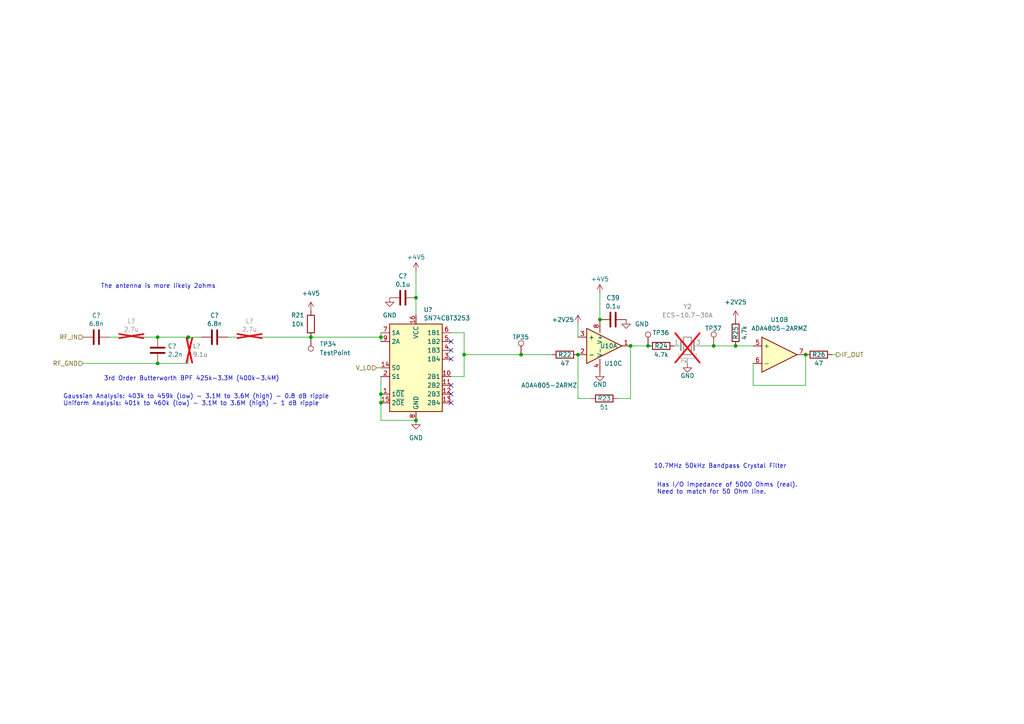
<source format=kicad_sch>
(kicad_sch (version 20230121) (generator eeschema)
  (paper "A4")
  (title_block (title "AM Handling: Filters & Upconversion") (date "2024-02-08") (rev "0.3") (company "Walla Walla University") (comment 1 "Authors: Jaron Brown, Ethan Jansen"))
  (lib_symbols
    (symbol "ADA4805-2ARMZ_Alias:ADA4805-2ARMZ"
      (property "Reference" "U" (at 0 5.08 0))
      (property "Value" "ADA4805-2ARMZ" (at 0 -5.08 0))
      (symbol "ADA4805-2ARMZ_1_1"
        (polyline (pts (xy -5.08 5.08) (xy 5.08 0) (xy -5.08 -5.08) (xy -5.08 5.08)) (stroke (width 0.254)) (fill (type background)))
        (pin output line (at 7.62 0 180) (length 2.54) (name "~") (number "1"))
        (pin input line (at -7.62 -2.54 0) (length 2.54) (name "-") (number "2"))
        (pin input line (at -7.62 2.54 0) (length 2.54) (name "+") (number "3"))
      )
      (symbol "ADA4805-2ARMZ_2_1"
        (polyline (pts (xy -5.08 5.08) (xy 5.08 0) (xy -5.08 -5.08) (xy -5.08 5.08)) (stroke (width 0.254)) (fill (type background)))
        (pin input line (at -7.62 2.54 0) (length 2.54) (name "+") (number "5"))
        (pin input line (at -7.62 -2.54 0) (length 2.54) (name "-") (number "6"))
        (pin output line (at 7.62 0 180) (length 2.54) (name "~") (number "7"))
      )
      (symbol "ADA4805-2ARMZ_3_1"
        (pin power_in line (at -2.54 -7.62 90) (length 3.81) (name "V-") (number "4"))
        (pin power_in line (at -2.54 7.62 270) (length 3.81) (name "V+") (number "8"))
      )
    )
    (symbol "Analog_Switch:SN74CBT3253"
      (property "Reference" "U" (at -7.62 13.97 0))
      (property "Value" "SN74CBT3253" (at -11.43 -13.97 0))
      (symbol "SN74CBT3253_0_1"
        (rectangle (start -7.62 12.7) (end 7.62 -12.7) (stroke (width 0.254)) (fill (type background)))
        (rectangle (start 7.62 -12.7) (end 7.62 -12.7))
      )
      (symbol "SN74CBT3253_1_1"
        (pin input line (at -10.16 -7.62 0) (length 2.54) (name "1~{OE}") (number "1"))
        (pin bidirectional line (at 10.16 -2.54 180) (length 2.54) (name "2B1") (number "10"))
        (pin bidirectional line (at 10.16 -5.08 180) (length 2.54) (name "2B2") (number "11"))
        (pin bidirectional line (at 10.16 -7.62 180) (length 2.54) (name "2B3") (number "12"))
        (pin bidirectional line (at 10.16 -10.16 180) (length 2.54) (name "2B4") (number "13"))
        (pin input line (at -10.16 0 0) (length 2.54) (name "S0") (number "14"))
        (pin input line (at -10.16 -10.16 0) (length 2.54) (name "2~{OE}") (number "15"))
        (pin power_in line (at 0 15.24 270) (length 2.54) (name "VCC") (number "16"))
        (pin input line (at -10.16 -2.54 0) (length 2.54) (name "S1") (number "2"))
        (pin bidirectional line (at 10.16 2.54 180) (length 2.54) (name "1B4") (number "3"))
        (pin bidirectional line (at 10.16 5.08 180) (length 2.54) (name "1B3") (number "4"))
        (pin bidirectional line (at 10.16 7.62 180) (length 2.54) (name "1B2") (number "5"))
        (pin bidirectional line (at 10.16 10.16 180) (length 2.54) (name "1B1") (number "6"))
        (pin bidirectional line (at -10.16 10.16 0) (length 2.54) (name "1A") (number "7"))
        (pin power_in line (at 0 -15.24 90) (length 2.54) (name "GND") (number "8"))
        (pin bidirectional line (at -10.16 7.62 0) (length 2.54) (name "2A") (number "9"))
      )
    )
    (symbol "Connector:TestPoint" (pin_numbers hide) (pin_names (offset 0.762) hide)
      (property "Reference" "TP" (at 0 6.858 0))
      (property "Value" "TestPoint" (at 0 5.08 0))
      (symbol "TestPoint_0_1"
        (circle (center 0 3.302) (radius 0.762))
      )
      (symbol "TestPoint_1_1"
        (pin passive line (at 0 0 90) (length 2.54) (name "1") (number "1"))
      )
    )
    (symbol "Custom-Power:+2V25" (power) (pin_names (offset 0))
      (property "Value" "+2V25" (at 0 3.556 0))
      (symbol "+2V25_0_1"
        (polyline (pts (xy -0.762 1.27) (xy 0 2.54)))
        (polyline (pts (xy 0 0) (xy 0 2.54)))
        (polyline (pts (xy 0 2.54) (xy 0.762 1.27)))
      )
      (symbol "+2V25_1_1"
        (pin power_in line (at 0 0 90) (length 0) hide (name "+2V25") (number "1"))
      )
    )
    (symbol "Custom-Power:+4V5" (power) (pin_names (offset 0))
      (property "Value" "+4V5" (at 0 3.556 0))
      (symbol "+4V5_0_1"
        (polyline (pts (xy -0.762 1.27) (xy 0 2.54)))
        (polyline (pts (xy 0 0) (xy 0 2.54)))
        (polyline (pts (xy 0 2.54) (xy 0.762 1.27)))
      )
      (symbol "+4V5_1_1"
        (pin power_in line (at 0 0 90) (length 0) hide (name "+4V5") (number "1"))
      )
    )
    (symbol "Device:C" (pin_numbers hide) (pin_names (offset 0.254))
      (property "Reference" "C" (at 0.635 2.54 0))
      (property "Value" "C" (at 0.635 -2.54 0))
      (symbol "C_0_1"
        (polyline (pts (xy -2.032 -0.762) (xy 2.032 -0.762)) (stroke (width 0.508)))
        (polyline (pts (xy -2.032 0.762) (xy 2.032 0.762)) (stroke (width 0.508)))
      )
      (symbol "C_1_1"
        (pin passive line (at 0 3.81 270) (length 2.794) (name "~") (number "1"))
        (pin passive line (at 0 -3.81 90) (length 2.794) (name "~") (number "2"))
      )
    )
    (symbol "Device:Crystal_GND2" (pin_names (offset 1.016) hide)
      (property "Reference" "Y" (at 0 5.715 0))
      (property "Value" "Crystal_GND2" (at 0 3.81 0))
      (symbol "Crystal_GND2_0_1"
        (rectangle (start -1.143 2.54) (end 1.143 -2.54) (stroke (width 0.3048)))
        (polyline (pts (xy -2.54 0) (xy -1.905 0)))
        (polyline (pts (xy -1.905 -1.27) (xy -1.905 1.27)) (stroke (width 0.508)))
        (polyline (pts (xy 0 -3.81) (xy 0 -3.556)))
        (polyline (pts (xy 1.905 0) (xy 2.54 0)))
        (polyline (pts (xy 1.905 1.27) (xy 1.905 -1.27)) (stroke (width 0.508)))
        (polyline (pts (xy -2.54 -2.286) (xy -2.54 -3.556) (xy 2.54 -3.556) (xy 2.54 -2.286)))
      )
      (symbol "Crystal_GND2_1_1"
        (pin passive line (at -3.81 0 0) (length 1.27) (name "1") (number "1"))
        (pin passive line (at 0 -5.08 90) (length 1.27) (name "2") (number "2"))
        (pin passive line (at 3.81 0 180) (length 1.27) (name "3") (number "3"))
      )
    )
    (symbol "Device:L" (pin_numbers hide) (pin_names (offset 1.016) hide)
      (property "Reference" "L" (at -1.27 0 90))
      (property "Value" "L" (at 1.905 0 90))
      (symbol "L_0_1"
        (arc (start 0 -2.54) (mid 0.6323 -1.905) (end 0 -1.27))
        (arc (start 0 -1.27) (mid 0.6323 -0.635) (end 0 0))
        (arc (start 0 0) (mid 0.6323 0.635) (end 0 1.27))
        (arc (start 0 1.27) (mid 0.6323 1.905) (end 0 2.54))
      )
      (symbol "L_1_1"
        (pin passive line (at 0 3.81 270) (length 1.27) (name "1") (number "1"))
        (pin passive line (at 0 -3.81 90) (length 1.27) (name "2") (number "2"))
      )
    )
    (symbol "Device:R" (pin_numbers hide) (pin_names (offset 0))
      (property "Reference" "R" (at 2.032 0 90))
      (property "Value" "R" (at 0 0 90))
      (symbol "R_0_1"
        (rectangle (start -1.016 -2.54) (end 1.016 2.54) (stroke (width 0.254)))
      )
      (symbol "R_1_1"
        (pin passive line (at 0 3.81 270) (length 1.27) (name "~") (number "1"))
        (pin passive line (at 0 -3.81 90) (length 1.27) (name "~") (number "2"))
      )
    )
    (symbol "power:GND" (power) (pin_names (offset 0))
      (property "Value" "GND" (at 0 -3.81 0))
      (symbol "GND_0_1"
        (polyline (pts (xy 0 0) (xy 0 -1.27) (xy 1.27 -1.27) (xy 0 -2.54) (xy -1.27 -1.27) (xy 0 -1.27)))
      )
      (symbol "GND_1_1"
        (pin power_in line (at 0 0 270) (length 0) hide (name "GND") (number "1"))
      )
    )
  )
  (junction (at 167.64 102.87))
  (junction (at 110.49 116.84))
  (junction (at 213.36 100.33))
  (junction (at 187.96 100.33))
  (junction (at 134.62 102.87))
  (junction (at 45.72 105.41))
  (junction (at 110.49 97.79))
  (junction (at 120.65 121.92))
  (junction (at 173.99 92.71))
  (junction (at 233.68 102.87))
  (junction (at 151.13 102.87))
  (junction (at 45.72 97.79))
  (junction (at 54.61 97.79))
  (junction (at 90.17 97.79))
  (junction (at 182.88 100.33))
  (junction (at 120.65 86.36))
  (junction (at 110.49 114.3))
  (junction (at 207.01 100.33))
  (no_connect (at 130.81 104.14))
  (no_connect (at 130.81 111.76))
  (no_connect (at 130.81 116.84))
  (no_connect (at 130.81 99.06))
  (no_connect (at 130.81 101.6))
  (no_connect (at 130.81 114.3))
  (wire (pts (xy 90.17 97.79) (xy 110.49 97.79)))
  (wire (pts (xy 241.3 102.87) (xy 242.57 102.87)))
  (wire (pts (xy 167.64 115.57) (xy 171.45 115.57)))
  (wire (pts (xy 45.72 105.41) (xy 54.61 105.41)))
  (wire (pts (xy 218.44 111.76) (xy 233.68 111.76)))
  (wire (pts (xy 66.04 97.79) (xy 68.58 97.79)))
  (wire (pts (xy 151.13 102.87) (xy 160.02 102.87)))
  (wire (pts (xy 130.81 109.22) (xy 134.62 109.22)))
  (wire (pts (xy 110.49 97.79) (xy 110.49 99.06)))
  (wire (pts (xy 182.88 100.33) (xy 187.96 100.33)))
  (wire (pts (xy 134.62 102.87) (xy 134.62 109.22)))
  (wire (pts (xy 173.99 85.09) (xy 173.99 92.71)))
  (wire (pts (xy 31.75 97.79) (xy 34.29 97.79)))
  (wire (pts (xy 167.64 102.87) (xy 167.64 115.57)))
  (wire (pts (xy 24.13 105.41) (xy 45.72 105.41)))
  (wire (pts (xy 110.49 116.84) (xy 110.49 121.92)))
  (wire (pts (xy 41.91 97.79) (xy 45.72 97.79)))
  (wire (pts (xy 120.65 78.74) (xy 120.65 86.36)))
  (wire (pts (xy 120.65 86.36) (xy 120.65 91.44)))
  (wire (pts (xy 110.49 114.3) (xy 110.49 116.84)))
  (wire (pts (xy 167.64 93.98) (xy 167.64 97.79)))
  (wire (pts (xy 213.36 100.33) (xy 218.44 100.33)))
  (wire (pts (xy 54.61 97.79) (xy 58.42 97.79)))
  (wire (pts (xy 45.72 97.79) (xy 54.61 97.79)))
  (wire (pts (xy 134.62 102.87) (xy 151.13 102.87)))
  (wire (pts (xy 134.62 96.52) (xy 134.62 102.87)))
  (wire (pts (xy 110.49 109.22) (xy 110.49 114.3)))
  (wire (pts (xy 76.2 97.79) (xy 90.17 97.79)))
  (wire (pts (xy 207.01 100.33) (xy 213.36 100.33)))
  (wire (pts (xy 179.07 115.57) (xy 182.88 115.57)))
  (wire (pts (xy 218.44 105.41) (xy 218.44 111.76)))
  (wire (pts (xy 203.2 100.33) (xy 207.01 100.33)))
  (wire (pts (xy 233.68 111.76) (xy 233.68 102.87)))
  (wire (pts (xy 182.88 100.33) (xy 182.88 115.57)))
  (wire (pts (xy 110.49 106.68) (xy 109.22 106.68)))
  (wire (pts (xy 110.49 96.52) (xy 110.49 97.79)))
  (wire (pts (xy 130.81 96.52) (xy 134.62 96.52)))
  (wire (pts (xy 120.65 121.92) (xy 110.49 121.92)))
  (text "Has I/O impedance of 5000 Ohms (real).\nNeed to match for 50 Ohm line." (at 190.5 143.51 0) (effects (font (size 1.27 1.27)) (justify left bottom)))
  (text "10.7MHz 50kHz Bandpass Crystal Filter" (at 189.611 136.017 0) (effects (font (size 1.27 1.27)) (justify left bottom)))
  (text "3rd Order Butterworth BPF 425k-3.3M (400k-3.4M)" (at 30.099 110.617 0) (effects (font (size 1.27 1.27)) (justify left bottom)))
  (text "The antenna is more likely 2ohms\n" (at 29.21 83.82 0) (effects (font (size 1.27 1.27)) (justify left bottom)))
  (text "Gaussian Analysis: 403k to 459k (low) - 3.1M to 3.6M (high) - 0.8 dB ripple\nUniform Analysis: 401k to 460k (low) - 3.1M to 3.6M (high) - 1 dB ripple" (at 18.288 117.856 0) (effects (font (size 1.27 1.27)) (justify left bottom)))
  (hierarchical_label "IF_OUT" (shape output) (at 242.57 102.87 0))
  (hierarchical_label "RF_GND" (shape input) (at 24.13 105.41 180))
  (hierarchical_label "RF_IN" (shape input) (at 24.13 97.79 180))
  (hierarchical_label "V_LO" (shape input) (at 109.22 106.68 180))
  (symbol (lib_id "Device:C") (at 45.72 101.6 0) (unit 1)
    (property "Reference" "C?" (at 48.641 100.3879 0) (effects (justify left)))
    (property "Value" "2.2n" (at 48.641 102.8121 0) (effects (justify left)))
    (property "Footprint" "Capacitor_SMD:C_0805_2012Metric" (effects hide))
    (property "Comment" "5%" (effects hide))
    (property "LCSC" "C28260" (effects hide))
  )
  (symbol (lib_id "power:GND") (at 173.99 107.95 0) (unit 1)
    (property "Reference" "#PWR050" (effects hide))
    (property "Value" "GND" (at 173.99 111.506 0))
  )
  (symbol (lib_id "Device:C") (at 177.8 92.71 90) (unit 1)
    (property "Reference" "C39" (at 177.8 86.4067 90))
    (property "Value" "0.1u" (at 177.8 88.8309 90))
    (property "Footprint" "Capacitor_SMD:C_0805_2012Metric" (effects hide))
    (property "Comment" "10%" (effects hide))
    (property "LCSC" "C49678" (effects hide))
  )
  (symbol (lib_id "Connector:TestPoint") (at 151.13 102.87 0) (unit 1)
    (property "Reference" "TP35" (at 148.59 97.79 0) (effects (justify left)))
    (property "Value" "TestPoint" (effects hide))
    (property "Footprint" "TestPoint:TestPoint_THTPad_D1.0mm_Drill0.5mm" (effects hide))
  )
  (symbol (lib_id "Device:C") (at 62.23 97.79 90) (unit 1)
    (property "Reference" "C?" (at 62.23 91.4867 90))
    (property "Value" "6.8n" (at 62.23 93.9109 90))
    (property "Footprint" "Capacitor_SMD:C_0603_1608Metric" (effects hide))
    (property "Comment" "10%" (effects hide))
    (property "LCSC" "C1631" (effects hide))
  )
  (symbol (lib_id "Device:R") (at 237.49 102.87 90) (unit 1)
    (property "Reference" "R26" (at 237.49 102.87 90))
    (property "Value" "47" (at 237.49 105.41 90))
    (property "Footprint" "Resistor_SMD:R_0805_2012Metric" (effects hide))
    (property "LCSC" "C17714" (effects hide))
  )
  (symbol (lib_id "Connector:TestPoint") (at 187.96 100.33 0) (unit 1)
    (property "Reference" "TP36" (at 189.23 96.52 0) (effects (justify left)))
    (property "Value" "TestPoint" (effects hide))
    (property "Footprint" "TestPoint:TestPoint_THTPad_D1.0mm_Drill0.5mm" (effects hide))
  )
  (symbol (lib_id "Device:L") (at 72.39 97.79 90) (unit 1) (dnp yes)
    (property "Reference" "L?" (at 72.39 93.1404 90))
    (property "Value" "2.7u" (at 72.39 95.5646 90))
    (property "Footprint" "Inductor_THT:L_Toroid_Vertical_L10.0mm_W5.0mm_P5.08mm" (effects hide))
  )
  (symbol (lib_id "power:GND") (at 113.03 86.36 0) (unit 1)
    (property "Reference" "#PWR09" (effects hide))
    (property "Value" "GND" (at 113.03 91.44 0))
  )
  (symbol (lib_id "Custom-Power:+2V25") (at 167.64 93.98 0) (unit 1)
    (property "Reference" "#PWR048" (effects hide))
    (property "Value" "+2V25" (at 160.02 92.71 0) (effects (justify left)))
  )
  (symbol (lib_id "Device:L") (at 54.61 101.6 0) (unit 1) (dnp yes)
    (property "Reference" "L?" (at 55.8772 100.3879 0) (effects (justify left)))
    (property "Value" "9.1u" (at 55.8772 102.8121 0) (effects (justify left)))
    (property "Footprint" "Inductor_THT:L_Toroid_Vertical_L10.0mm_W5.0mm_P5.08mm" (effects hide))
  )
  (symbol (lib_id "Device:C") (at 116.84 86.36 90) (unit 1)
    (property "Reference" "C?" (at 116.84 80.0567 90))
    (property "Value" "0.1u" (at 116.84 82.4809 90))
    (property "Footprint" "Capacitor_SMD:C_0805_2012Metric" (effects hide))
    (property "Comment" "10%" (effects hide))
    (property "LCSC" "C49678" (effects hide))
  )
  (symbol (lib_id "Custom-Power:+4V5") (at 90.17 90.17 0) (unit 1)
    (property "Reference" "#PWR044" (effects hide))
    (property "Value" "+4V5" (at 90.17 85.09 0))
  )
  (symbol (lib_id "power:GND") (at 181.61 92.71 0) (unit 1)
    (property "Reference" "#PWR051" (effects hide))
    (property "Value" "GND" (at 184.15 93.98 0) (effects (justify left)))
  )
  (symbol (lib_id "Device:R") (at 90.17 93.98 180) (unit 1)
    (property "Reference" "R21" (at 86.36 91.44 0))
    (property "Value" "10k" (at 86.36 93.98 0))
    (property "Footprint" "Resistor_SMD:R_0805_2012Metric" (effects hide))
    (property "LCSC" "C17414" (effects hide))
  )
  (symbol (lib_id "Device:L") (at 38.1 97.79 90) (unit 1) (dnp yes)
    (property "Reference" "L?" (at 38.1 93.1404 90))
    (property "Value" "2.7u" (at 38.1 95.5646 90))
    (property "Footprint" "Inductor_THT:L_Toroid_Vertical_L10.0mm_W5.0mm_P5.08mm" (effects hide))
  )
  (symbol (lib_id "Device:R") (at 163.83 102.87 90) (unit 1)
    (property "Reference" "R22" (at 163.83 102.87 90))
    (property "Value" "47" (at 163.83 105.41 90))
    (property "Footprint" "Resistor_SMD:R_0805_2012Metric" (effects hide))
    (property "LCSC" "C17714" (effects hide))
  )
  (symbol (lib_id "Device:C") (at 27.94 97.79 270) (unit 1)
    (property "Reference" "C?" (at 27.94 91.4867 90))
    (property "Value" "6.8n" (at 27.94 93.9109 90))
    (property "Footprint" "Capacitor_SMD:C_0603_1608Metric" (effects hide))
    (property "Comment" "10%" (effects hide))
    (property "LCSC" "C1631" (effects hide))
  )
  (symbol (lib_id "Connector:TestPoint") (at 207.01 100.33 0) (unit 1)
    (property "Reference" "TP37" (at 204.47 95.25 0) (effects (justify left)))
    (property "Value" "TestPoint" (effects hide))
    (property "Footprint" "TestPoint:TestPoint_THTPad_D1.0mm_Drill0.5mm" (effects hide))
  )
  (symbol (lib_id "Custom-Power:+2V25") (at 213.36 92.71 0) (unit 1)
    (property "Reference" "#PWR053" (effects hide))
    (property "Value" "+2V25" (at 213.36 87.63 0))
  )
  (symbol (lib_id "Device:R") (at 213.36 96.52 180) (unit 1)
    (property "Reference" "R25" (at 213.36 96.52 90))
    (property "Value" "4.7k" (at 215.9 96.52 90))
    (property "Footprint" "Resistor_SMD:R_0805_2012Metric" (effects hide))
    (property "LCSC" "C17673" (effects hide))
  )
  (symbol (lib_id "Connector:TestPoint") (at 90.17 97.79 180) (unit 1)
    (property "Reference" "TP34" (at 92.71 99.822 0) (effects (justify right)))
    (property "Value" "TestPoint" (at 92.71 102.362 0) (effects (justify right)))
    (property "Footprint" "TestPoint:TestPoint_THTPad_D1.0mm_Drill0.5mm" (effects hide))
  )
  (symbol (lib_id "Custom-Power:+4V5") (at 120.65 78.74 0) (unit 1)
    (property "Reference" "#PWR013" (effects hide))
    (property "Value" "+4V5" (at 120.65 74.6069 0))
  )
  (symbol (lib_id "ADA4805-2ARMZ_Alias:ADA4805-2ARMZ") (at 175.26 100.33 0) (unit 1)
    (property "Reference" "U10" (at 176.53 100.33 0))
    (property "Value" "ADA4805-2ARMZ" (effects hide))
    (property "Footprint" "Package_SO:MSOP-8_3x3mm_P0.65mm" (effects hide))
    (property "Datasheet" "https://www.mouser.com/datasheet/2/609/ADA4805_1_4805_2-3119876.pdf" (effects hide))
    (property "Sim.Library" "${KICAD7_SYMBOL_DIR}/Simulation_SPICE.sp" (effects hide))
    (property "Sim.Name" "kicad_builtin_opamp_dual" (effects hide))
    (property "Sim.Device" "SUBCKT" (effects hide))
    (property "Sim.Pins" "1=out1 2=in1- 3=in1+ 4=vee 5=in2+ 6=in2- 7=out2 8=vcc" (effects hide))
    (property "LCSC" "C208293" (effects hide))
  )
  (symbol (lib_id "Analog_Switch:SN74CBT3253") (at 120.65 106.68 0) (unit 1)
    (property "Reference" "U?" (at 122.8441 89.8357 0) (effects (justify left)))
    (property "Value" "SN74CBT3253" (at 122.8441 92.2599 0) (effects (justify left)))
    (property "Footprint" "SN74CBT3253CPWR:SOP65P640X120-16N" (effects hide))
    (property "Datasheet" "http://www.ti.com/lit/gpn/sn74cbt3253" (effects hide))
    (property "LCSC" "C2674672" (effects hide))
  )
  (symbol (lib_id "power:GND") (at 199.39 105.41 0) (unit 1)
    (property "Reference" "#PWR052" (effects hide))
    (property "Value" "GND" (at 199.39 108.966 0))
  )
  (symbol (lib_id "Device:R") (at 191.77 100.33 90) (unit 1)
    (property "Reference" "R24" (at 191.77 100.33 90))
    (property "Value" "4.7k" (at 191.77 102.87 90))
    (property "Footprint" "Resistor_SMD:R_0805_2012Metric" (effects hide))
    (property "LCSC" "C17673" (effects hide))
  )
  (symbol (lib_id "Device:R") (at 175.26 115.57 90) (unit 1)
    (property "Reference" "R23" (at 175.26 115.57 90))
    (property "Value" "51" (at 175.26 118.11 90))
    (property "Footprint" "Resistor_SMD:R_0805_2012Metric" (effects hide))
    (property "LCSC" "C17738" (effects hide))
  )
  (symbol (lib_id "ADA4805-2ARMZ_Alias:ADA4805-2ARMZ") (at 226.06 102.87 0) (unit 2)
    (property "Reference" "U10" (at 226.06 92.71 0))
    (property "Value" "ADA4805-2ARMZ" (at 226.06 95.25 0))
    (property "Footprint" "Package_SO:MSOP-8_3x3mm_P0.65mm" (effects hide))
    (property "Datasheet" "https://www.mouser.com/datasheet/2/609/ADA4805_1_4805_2-3119876.pdf" (effects hide))
    (property "Sim.Library" "${KICAD7_SYMBOL_DIR}/Simulation_SPICE.sp" (effects hide))
    (property "Sim.Name" "kicad_builtin_opamp_dual" (effects hide))
    (property "Sim.Device" "SUBCKT" (effects hide))
    (property "Sim.Pins" "1=out1 2=in1- 3=in1+ 4=vee 5=in2+ 6=in2- 7=out2 8=vcc" (effects hide))
    (property "LCSC" "C208293" (effects hide))
  )
  (symbol (lib_id "Custom-Power:+4V5") (at 173.99 85.09 0) (unit 1)
    (property "Reference" "#PWR049" (effects hide))
    (property "Value" "+4V5" (at 173.99 80.9569 0))
  )
  (symbol (lib_id "power:GND") (at 120.65 121.92 0) (unit 1)
    (property "Reference" "#PWR014" (effects hide))
    (property "Value" "GND" (at 120.65 127 0))
  )
  (symbol (lib_id "Device:Crystal_GND2") (at 199.39 100.33 0) (unit 1) (dnp yes)
    (property "Reference" "Y2" (at 199.39 88.9 0))
    (property "Value" "ECS-10.7-30A" (at 199.39 91.44 0))
    (property "Footprint" "Crystal:Crystal_HC49-U-3Pin_Vertical" (effects hide))
    (property "Datasheet" "https://www.mouser.com/datasheet/2/122/mono_crystal_filters-309914.pdf" (effects hide))
    (property "Comment" "Purchase Separately" (effects hide))
  )
  (symbol (lib_id "ADA4805-2ARMZ_Alias:ADA4805-2ARMZ") (at 176.53 100.33 0) (unit 3)
    (property "Reference" "U10" (at 175.26 105.41 0) (effects (justify left)))
    (property "Value" "ADA4805-2ARMZ" (at 151.13 111.76 0) (effects (justify left)))
    (property "Footprint" "Package_SO:MSOP-8_3x3mm_P0.65mm" (effects hide))
    (property "Datasheet" "https://www.mouser.com/datasheet/2/609/ADA4805_1_4805_2-3119876.pdf" (effects hide))
    (property "Sim.Library" "${KICAD7_SYMBOL_DIR}/Simulation_SPICE.sp" (effects hide))
    (property "Sim.Name" "kicad_builtin_opamp_dual" (effects hide))
    (property "Sim.Device" "SUBCKT" (effects hide))
    (property "Sim.Pins" "1=out1 2=in1- 3=in1+ 4=vee 5=in2+ 6=in2- 7=out2 8=vcc" (effects hide))
    (property "LCSC" "C208293" (effects hide))
  )
)
</source>
